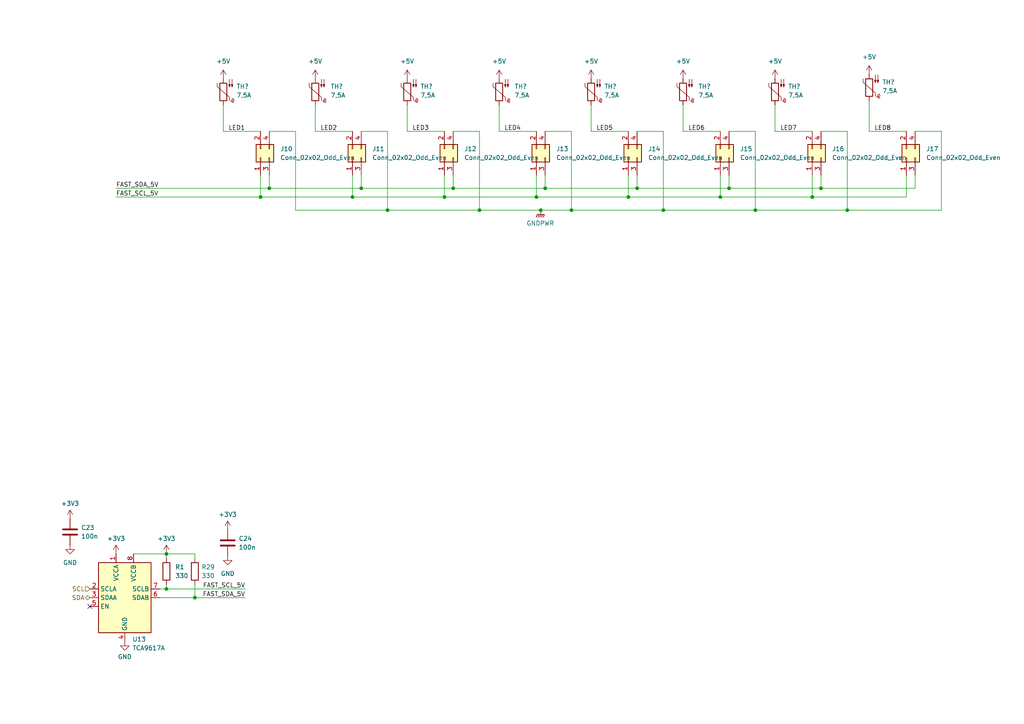
<source format=kicad_sch>
(kicad_sch (version 20230121) (generator eeschema)
  (paper "A4")
  (lib_symbols
    (symbol "Connector_Generic:Conn_02x02_Odd_Even" (pin_names (offset 1.016) hide)
      (property "Reference" "J" (at 1.27 2.54 0))
      (property "Value" "Conn_02x02_Odd_Even" (at 1.27 -5.08 0))
      (symbol "Conn_02x02_Odd_Even_1_1"
        (rectangle (start -1.27 -2.413) (end 0 -2.667) (stroke (width 0.1524)))
        (rectangle (start -1.27 0.127) (end 0 -0.127) (stroke (width 0.1524)))
        (rectangle (start -1.27 1.27) (end 3.81 -3.81) (stroke (width 0.254)) (fill (type background)))
        (rectangle (start 3.81 -2.413) (end 2.54 -2.667) (stroke (width 0.1524)))
        (rectangle (start 3.81 0.127) (end 2.54 -0.127) (stroke (width 0.1524)))
        (pin passive line (at -5.08 0 0) (length 3.81) (name "Pin_1") (number "1"))
        (pin passive line (at 7.62 0 180) (length 3.81) (name "Pin_2") (number "2"))
        (pin passive line (at -5.08 -2.54 0) (length 3.81) (name "Pin_3") (number "3"))
        (pin passive line (at 7.62 -2.54 180) (length 3.81) (name "Pin_4") (number "4"))
      )
    )
    (symbol "Device:C" (pin_numbers hide) (pin_names (offset 0.254))
      (property "Reference" "C" (at 0.635 2.54 0))
      (property "Value" "C" (at 0.635 -2.54 0))
      (symbol "C_0_1"
        (polyline (pts (xy -2.032 -0.762) (xy 2.032 -0.762)) (stroke (width 0.508)))
        (polyline (pts (xy -2.032 0.762) (xy 2.032 0.762)) (stroke (width 0.508)))
      )
      (symbol "C_1_1"
        (pin passive line (at 0 3.81 270) (length 2.794) (name "~") (number "1"))
        (pin passive line (at 0 -3.81 90) (length 2.794) (name "~") (number "2"))
      )
    )
    (symbol "Device:R" (pin_numbers hide) (pin_names (offset 0))
      (property "Reference" "R" (at 2.032 0 90))
      (property "Value" "R" (at 0 0 90))
      (symbol "R_0_1"
        (rectangle (start -1.016 -2.54) (end 1.016 2.54) (stroke (width 0.254)))
      )
      (symbol "R_1_1"
        (pin passive line (at 0 3.81 270) (length 1.27) (name "~") (number "1"))
        (pin passive line (at 0 -3.81 90) (length 1.27) (name "~") (number "2"))
      )
    )
    (symbol "Device:Thermistor_PTC" (pin_numbers hide) (pin_names (offset 0))
      (property "Reference" "TH" (at -4.064 0 90))
      (property "Value" "Thermistor_PTC" (at 3.048 0 90))
      (symbol "Thermistor_PTC_0_1"
        (arc (start -3.048 2.159) (mid -3.0495 2.3143) (end -3.175 2.413))
        (arc (start -3.048 2.159) (mid -2.9736 1.9794) (end -2.794 1.905))
        (arc (start -3.048 2.794) (mid -2.9736 2.6144) (end -2.794 2.54))
        (arc (start -2.794 1.905) (mid -2.6144 1.9794) (end -2.54 2.159))
        (arc (start -2.794 2.54) (mid -2.4393 2.5587) (end -2.159 2.794))
        (arc (start -2.794 3.048) (mid -2.9736 2.9736) (end -3.048 2.794))
        (arc (start -2.54 2.794) (mid -2.6144 2.9736) (end -2.794 3.048))
        (rectangle (start -1.016 2.54) (end 1.016 -2.54) (stroke (width 0.254)))
        (polyline (pts (xy -2.54 2.159) (xy -2.54 2.794)))
        (polyline (pts (xy -1.778 2.54) (xy -1.778 1.524) (xy 1.778 -1.524) (xy 1.778 -2.54)))
        (polyline (pts (xy -2.54 -3.683) (xy -2.54 -1.397) (xy -2.794 -2.159) (xy -2.286 -2.159) (xy -2.54 -1.397) (xy -2.54 -1.651)) (fill (type outline)))
        (polyline (pts (xy -1.778 -3.683) (xy -1.778 -1.397) (xy -2.032 -2.159) (xy -1.524 -2.159) (xy -1.778 -1.397) (xy -1.778 -1.651)) (fill (type outline)))
      )
      (symbol "Thermistor_PTC_1_1"
        (pin passive line (at 0 3.81 270) (length 1.27) (name "~") (number "1"))
        (pin passive line (at 0 -3.81 90) (length 1.27) (name "~") (number "2"))
      )
    )
    (symbol "Interface:TCA9800"
      (property "Reference" "U" (at -7.62 11.43 0))
      (property "Value" "TCA9800" (at 5.08 11.43 0))
      (symbol "TCA9800_0_1"
        (rectangle (start -7.62 10.16) (end 7.62 -10.16) (stroke (width 0.254)) (fill (type background)))
      )
      (symbol "TCA9800_1_1"
        (pin power_in line (at -2.54 12.7 270) (length 2.54) (name "VCCA") (number "1"))
        (pin bidirectional line (at -10.16 2.54 0) (length 2.54) (name "SCLA") (number "2"))
        (pin bidirectional line (at -10.16 0 0) (length 2.54) (name "SDAA") (number "3"))
        (pin power_in line (at 0 -12.7 90) (length 2.54) (name "GND") (number "4"))
        (pin input line (at -10.16 -2.54 0) (length 2.54) (name "EN") (number "5"))
        (pin bidirectional line (at 10.16 0 180) (length 2.54) (name "SDAB") (number "6"))
        (pin bidirectional line (at 10.16 2.54 180) (length 2.54) (name "SCLB") (number "7"))
        (pin power_in line (at 2.54 12.7 270) (length 2.54) (name "VCCB") (number "8"))
      )
    )
    (symbol "power:+3V3" (power) (pin_names (offset 0))
      (property "Value" "+3V3" (at 0 3.556 0))
      (symbol "+3V3_0_1"
        (polyline (pts (xy -0.762 1.27) (xy 0 2.54)))
        (polyline (pts (xy 0 0) (xy 0 2.54)))
        (polyline (pts (xy 0 2.54) (xy 0.762 1.27)))
      )
      (symbol "+3V3_1_1"
        (pin power_in line (at 0 0 90) (length 0) hide (name "+3V3") (number "1"))
      )
    )
    (symbol "power:+5V" (power) (pin_names (offset 0))
      (property "Value" "+5V" (at 0 3.556 0))
      (symbol "+5V_0_1"
        (polyline (pts (xy -0.762 1.27) (xy 0 2.54)))
        (polyline (pts (xy 0 0) (xy 0 2.54)))
        (polyline (pts (xy 0 2.54) (xy 0.762 1.27)))
      )
      (symbol "+5V_1_1"
        (pin power_in line (at 0 0 90) (length 0) hide (name "+5V") (number "1"))
      )
    )
    (symbol "power:GND" (power) (pin_names (offset 0))
      (property "Value" "GND" (at 0 -3.81 0))
      (symbol "GND_0_1"
        (polyline (pts (xy 0 0) (xy 0 -1.27) (xy 1.27 -1.27) (xy 0 -2.54) (xy -1.27 -1.27) (xy 0 -1.27)))
      )
      (symbol "GND_1_1"
        (pin power_in line (at 0 0 270) (length 0) hide (name "GND") (number "1"))
      )
    )
    (symbol "power:GNDPWR" (power) (pin_names (offset 0))
      (property "Value" "GNDPWR" (at 0 -3.302 0))
      (symbol "GNDPWR_0_1"
        (polyline (pts (xy 0 -1.27) (xy 0 0)))
        (polyline (pts (xy -1.016 -1.27) (xy -1.27 -2.032) (xy -1.27 -2.032)) (stroke (width 0.2032)))
        (polyline (pts (xy -0.508 -1.27) (xy -0.762 -2.032) (xy -0.762 -2.032)) (stroke (width 0.2032)))
        (polyline (pts (xy 0 -1.27) (xy -0.254 -2.032) (xy -0.254 -2.032)) (stroke (width 0.2032)))
        (polyline (pts (xy 0.508 -1.27) (xy 0.254 -2.032) (xy 0.254 -2.032)) (stroke (width 0.2032)))
        (polyline (pts (xy 1.016 -1.27) (xy -1.016 -1.27) (xy -1.016 -1.27)) (stroke (width 0.2032)))
        (polyline (pts (xy 1.016 -1.27) (xy 0.762 -2.032) (xy 0.762 -2.032) (xy 0.762 -2.032)) (stroke (width 0.2032)))
      )
      (symbol "GNDPWR_1_1"
        (pin power_in line (at 0 0 270) (length 0) hide (name "GNDPWR") (number "1"))
      )
    )
  )
  (junction (at 245.745 60.96))
  (junction (at 165.735 60.96))
  (junction (at 78.105 54.61))
  (junction (at 192.405 60.96))
  (junction (at 102.235 57.15))
  (junction (at 75.565 57.15))
  (junction (at 139.065 60.96))
  (junction (at 112.395 60.96))
  (junction (at 182.245 57.15))
  (junction (at 235.585 57.15))
  (junction (at 131.445 54.61))
  (junction (at 128.905 57.15))
  (junction (at 155.575 57.15))
  (junction (at 219.075 60.96))
  (junction (at 238.125 54.61))
  (junction (at 211.455 54.61))
  (junction (at 184.785 54.61))
  (junction (at 48.26 160.655))
  (junction (at 56.515 173.355))
  (junction (at 156.845 60.96))
  (junction (at 104.775 54.61))
  (junction (at 208.915 57.15))
  (junction (at 48.26 170.815))
  (junction (at 158.115 54.61))
  (no_connect (at 26.035 175.895))
  (wire (pts (xy 85.725 60.96) (xy 112.395 60.96)))
  (wire (pts (xy 102.235 57.15) (xy 128.905 57.15)))
  (wire (pts (xy 165.735 60.96) (xy 192.405 60.96)))
  (wire (pts (xy 91.44 38.1) (xy 102.235 38.1)))
  (wire (pts (xy 182.245 57.15) (xy 208.915 57.15)))
  (wire (pts (xy 38.735 160.655) (xy 48.26 160.655)))
  (wire (pts (xy 48.26 160.655) (xy 48.26 161.925)))
  (wire (pts (xy 78.105 54.61) (xy 78.105 50.8)))
  (wire (pts (xy 144.78 30.48) (xy 144.78 38.1)))
  (wire (pts (xy 252.095 38.1) (xy 262.89 38.1)))
  (wire (pts (xy 252.095 29.21) (xy 252.095 38.1)))
  (wire (pts (xy 78.105 54.61) (xy 104.775 54.61)))
  (wire (pts (xy 182.245 57.15) (xy 182.245 50.8)))
  (wire (pts (xy 46.355 173.355) (xy 56.515 173.355)))
  (wire (pts (xy 78.105 38.1) (xy 85.725 38.1)))
  (wire (pts (xy 75.565 57.15) (xy 102.235 57.15)))
  (wire (pts (xy 131.445 54.61) (xy 158.115 54.61)))
  (wire (pts (xy 171.45 30.48) (xy 171.45 38.1)))
  (wire (pts (xy 158.115 38.1) (xy 165.735 38.1)))
  (wire (pts (xy 208.915 57.15) (xy 235.585 57.15)))
  (wire (pts (xy 184.785 54.61) (xy 211.455 54.61)))
  (wire (pts (xy 112.395 38.1) (xy 112.395 60.96)))
  (wire (pts (xy 104.775 54.61) (xy 131.445 54.61)))
  (wire (pts (xy 102.235 57.15) (xy 102.235 50.8)))
  (wire (pts (xy 219.075 38.1) (xy 219.075 60.96)))
  (wire (pts (xy 118.11 38.1) (xy 128.905 38.1)))
  (wire (pts (xy 75.565 57.15) (xy 75.565 50.8)))
  (wire (pts (xy 211.455 54.61) (xy 211.455 50.8)))
  (wire (pts (xy 171.45 38.1) (xy 182.245 38.1)))
  (wire (pts (xy 224.79 30.48) (xy 224.79 38.1)))
  (wire (pts (xy 118.11 30.48) (xy 118.11 38.1)))
  (wire (pts (xy 235.585 57.15) (xy 262.89 57.15)))
  (wire (pts (xy 33.655 54.61) (xy 78.105 54.61)))
  (wire (pts (xy 48.26 160.655) (xy 56.515 160.655)))
  (wire (pts (xy 91.44 30.48) (xy 91.44 38.1)))
  (wire (pts (xy 198.12 38.1) (xy 208.915 38.1)))
  (wire (pts (xy 265.43 54.61) (xy 265.43 50.8)))
  (wire (pts (xy 262.89 57.15) (xy 262.89 50.8)))
  (wire (pts (xy 128.905 57.15) (xy 155.575 57.15)))
  (wire (pts (xy 56.515 173.355) (xy 71.12 173.355)))
  (wire (pts (xy 265.43 38.1) (xy 273.05 38.1)))
  (wire (pts (xy 198.12 30.48) (xy 198.12 38.1)))
  (wire (pts (xy 192.405 60.96) (xy 219.075 60.96)))
  (wire (pts (xy 104.775 38.1) (xy 112.395 38.1)))
  (wire (pts (xy 131.445 54.61) (xy 131.445 50.8)))
  (wire (pts (xy 235.585 57.15) (xy 235.585 50.8)))
  (wire (pts (xy 211.455 54.61) (xy 238.125 54.61)))
  (wire (pts (xy 165.735 38.1) (xy 165.735 60.96)))
  (wire (pts (xy 56.515 160.655) (xy 56.515 161.925)))
  (wire (pts (xy 219.075 60.96) (xy 245.745 60.96)))
  (wire (pts (xy 238.125 38.1) (xy 245.745 38.1)))
  (wire (pts (xy 238.125 54.61) (xy 238.125 50.8)))
  (wire (pts (xy 112.395 60.96) (xy 139.065 60.96)))
  (wire (pts (xy 85.725 38.1) (xy 85.725 60.96)))
  (wire (pts (xy 56.515 169.545) (xy 56.515 173.355)))
  (wire (pts (xy 48.26 170.815) (xy 71.12 170.815)))
  (wire (pts (xy 46.355 170.815) (xy 48.26 170.815)))
  (wire (pts (xy 104.775 54.61) (xy 104.775 50.8)))
  (wire (pts (xy 192.405 38.1) (xy 192.405 60.96)))
  (wire (pts (xy 156.845 60.96) (xy 165.735 60.96)))
  (wire (pts (xy 211.455 38.1) (xy 219.075 38.1)))
  (wire (pts (xy 64.77 30.48) (xy 64.77 38.1)))
  (wire (pts (xy 128.905 57.15) (xy 128.905 50.8)))
  (wire (pts (xy 245.745 60.96) (xy 273.05 60.96)))
  (wire (pts (xy 158.115 54.61) (xy 158.115 50.8)))
  (wire (pts (xy 184.785 38.1) (xy 192.405 38.1)))
  (wire (pts (xy 184.785 54.61) (xy 184.785 50.8)))
  (wire (pts (xy 208.915 57.15) (xy 208.915 50.8)))
  (wire (pts (xy 139.065 38.1) (xy 139.065 60.96)))
  (wire (pts (xy 158.115 54.61) (xy 184.785 54.61)))
  (wire (pts (xy 155.575 57.15) (xy 155.575 50.8)))
  (wire (pts (xy 155.575 57.15) (xy 182.245 57.15)))
  (wire (pts (xy 245.745 38.1) (xy 245.745 60.96)))
  (wire (pts (xy 224.79 38.1) (xy 235.585 38.1)))
  (wire (pts (xy 238.125 54.61) (xy 265.43 54.61)))
  (wire (pts (xy 48.26 169.545) (xy 48.26 170.815)))
  (wire (pts (xy 64.77 38.1) (xy 75.565 38.1)))
  (wire (pts (xy 139.065 60.96) (xy 156.845 60.96)))
  (wire (pts (xy 33.655 57.15) (xy 75.565 57.15)))
  (wire (pts (xy 273.05 38.1) (xy 273.05 60.96)))
  (wire (pts (xy 144.78 38.1) (xy 155.575 38.1)))
  (wire (pts (xy 131.445 38.1) (xy 139.065 38.1)))
  (label "LED1" (at 71.12 38.1 180))
  (label "FAST_SDA_5V" (at 71.12 173.355 180))
  (label "LED2" (at 97.79 38.1 180))
  (label "LED8" (at 258.445 38.1 180))
  (label "LED4" (at 151.13 38.1 180))
  (label "LED7" (at 231.14 38.1 180))
  (label "LED6" (at 204.47 38.1 180))
  (label "FAST_SDA_5V" (at 33.655 54.61 0))
  (label "LED5" (at 177.8 38.1 180))
  (label "FAST_SCL_5V" (at 71.12 170.815 180))
  (label "FAST_SCL_5V" (at 33.655 57.15 0))
  (label "LED3" (at 124.46 38.1 180))
  (hierarchical_label "SCL" (shape input) (at 26.035 170.815 180))
  (hierarchical_label "SDA" (shape bidirectional) (at 26.035 173.355 180))
  (symbol (lib_id "power:+5V") (at 144.78 22.86 0) (unit 1)
    (property "Reference" "#PWR0169" (effects hide))
    (property "Value" "+5V" (at 144.78 17.78 0))
  )
  (symbol (lib_id "Connector_Generic:Conn_02x02_Odd_Even") (at 75.565 45.72 90) (unit 1)
    (property "Reference" "J10" (at 81.28 43.18 90) (effects (justify right)))
    (property "Value" "Conn_02x02_Odd_Even" (at 81.28 45.72 90) (effects (justify right)))
    (property "Footprint" "Connector_Molex:Molex_Mini-Fit_Jr_5566-04A_2x02_P4.20mm_Vertical" (effects hide))
  )
  (symbol (lib_id "power:GND") (at 66.04 161.29 0) (unit 1)
    (property "Reference" "#PWR033" (effects hide))
    (property "Value" "GND" (at 66.04 166.37 0))
  )
  (symbol (lib_id "power:+3V3") (at 33.655 160.655 0) (unit 1)
    (property "Reference" "#PWR027" (effects hide))
    (property "Value" "+3V3" (at 33.655 156.21 0))
  )
  (symbol (lib_id "power:+5V") (at 91.44 22.86 0) (unit 1)
    (property "Reference" "#PWR036" (effects hide))
    (property "Value" "+5V" (at 91.44 17.78 0))
  )
  (symbol (lib_id "power:+5V") (at 224.79 22.86 0) (unit 1)
    (property "Reference" "#PWR0181" (effects hide))
    (property "Value" "+5V" (at 224.79 17.78 0))
  )
  (symbol (lib_id "Device:Thermistor_PTC") (at 198.12 26.67 180) (unit 1)
    (property "Reference" "TH?" (at 202.565 25.0825 0) (effects (justify right)))
    (property "Value" "7,5A " (at 202.565 27.6225 0) (effects (justify right)))
    (property "Footprint" "Resistor_SMD:R_1210_3225Metric" (effects hide))
    (property "mouser" " 504-PTSLR12106V750 " (effects hide))
    (instances (project "speedomobile" (path "" (reference "TH?") (unit 1)) (path "" (reference "TH9") (unit 1)) (path "" (reference "TH16") (unit 1))))
  )
  (symbol (lib_id "Device:Thermistor_PTC") (at 171.45 26.67 180) (unit 1)
    (property "Reference" "TH?" (at 175.26 25.0825 0) (effects (justify right)))
    (property "Value" "7,5A " (at 175.26 27.6225 0) (effects (justify right)))
    (property "Footprint" "Resistor_SMD:R_1210_3225Metric" (effects hide))
    (property "mouser" " 504-PTSLR12106V750 " (effects hide))
    (instances (project "speedomobile" (path "" (reference "TH?") (unit 1)) (path "" (reference "TH9") (unit 1)) (path "" (reference "TH14") (unit 1))))
  )
  (symbol (lib_id "power:GND") (at 20.32 158.115 0) (unit 1)
    (property "Reference" "#PWR026" (effects hide))
    (property "Value" "GND" (at 20.32 163.195 0))
  )
  (symbol (lib_id "Connector_Generic:Conn_02x02_Odd_Even") (at 208.915 45.72 90) (unit 1)
    (property "Reference" "J15" (at 214.63 43.18 90) (effects (justify right)))
    (property "Value" "Conn_02x02_Odd_Even" (at 214.63 45.72 90) (effects (justify right)))
    (property "Footprint" "Connector_Molex:Molex_Mini-Fit_Jr_5566-04A_2x02_P4.20mm_Vertical" (effects hide))
  )
  (symbol (lib_id "power:+5V") (at 198.12 22.86 0) (unit 1)
    (property "Reference" "#PWR0177" (effects hide))
    (property "Value" "+5V" (at 198.12 17.78 0))
  )
  (symbol (lib_id "Device:Thermistor_PTC") (at 252.095 25.4 180) (unit 1)
    (property "Reference" "TH?" (at 255.905 23.8125 0) (effects (justify right)))
    (property "Value" "7,5A " (at 255.905 26.3525 0) (effects (justify right)))
    (property "Footprint" "Resistor_SMD:R_1210_3225Metric" (effects hide))
    (property "mouser" " 504-PTSLR12106V750 " (effects hide))
    (instances (project "speedomobile" (path "" (reference "TH?") (unit 1)) (path "" (reference "TH9") (unit 1)) (path "" (reference "TH2") (unit 1))))
  )
  (symbol (lib_id "Connector_Generic:Conn_02x02_Odd_Even") (at 128.905 45.72 90) (unit 1)
    (property "Reference" "J12" (at 134.62 43.18 90) (effects (justify right)))
    (property "Value" "Conn_02x02_Odd_Even" (at 134.62 45.72 90) (effects (justify right)))
    (property "Footprint" "Connector_Molex:Molex_Mini-Fit_Jr_5566-04A_2x02_P4.20mm_Vertical" (effects hide))
  )
  (symbol (lib_id "Device:Thermistor_PTC") (at 118.11 26.67 180) (unit 1)
    (property "Reference" "TH?" (at 121.92 25.0825 0) (effects (justify right)))
    (property "Value" "7,5A " (at 121.92 27.6225 0) (effects (justify right)))
    (property "Footprint" "Resistor_SMD:R_1210_3225Metric" (effects hide))
    (property "mouser" " 504-PTSLR12106V750 " (effects hide))
    (instances (project "speedomobile" (path "" (reference "TH?") (unit 1)) (path "" (reference "TH9") (unit 1)) (path "" (reference "TH5") (unit 1))))
  )
  (symbol (lib_id "power:+5V") (at 118.11 22.86 0) (unit 1)
    (property "Reference" "#PWR040" (effects hide))
    (property "Value" "+5V" (at 118.11 17.78 0))
  )
  (symbol (lib_id "Device:Thermistor_PTC") (at 64.77 26.67 180) (unit 1)
    (property "Reference" "TH?" (at 68.58 25.0825 0) (effects (justify right)))
    (property "Value" "7,5A " (at 68.58 27.6225 0) (effects (justify right)))
    (property "Footprint" "Resistor_SMD:R_1210_3225Metric" (effects hide))
    (property "mouser" " 504-PTSLR12106V750 " (effects hide))
    (instances (project "speedomobile" (path "" (reference "TH?") (unit 1)) (path "" (reference "TH9") (unit 1)) (path "" (reference "TH1") (unit 1))))
  )
  (symbol (lib_id "Device:C") (at 20.32 154.305 0) (unit 1)
    (property "Reference" "C23" (at 23.495 153.035 0) (effects (justify left)))
    (property "Value" "100n" (at 23.495 155.575 0) (effects (justify left)))
    (property "Footprint" "Capacitor_SMD:C_1206_3216Metric" (effects hide))
    (property "mouser" " 80-C1206C104K5R " (effects hide))
  )
  (symbol (lib_id "power:+5V") (at 171.45 22.86 0) (unit 1)
    (property "Reference" "#PWR0173" (effects hide))
    (property "Value" "+5V" (at 171.45 17.78 0))
  )
  (symbol (lib_id "Device:Thermistor_PTC") (at 144.78 26.67 180) (unit 1)
    (property "Reference" "TH?" (at 149.225 25.0825 0) (effects (justify right)))
    (property "Value" "7,5A " (at 149.225 27.6225 0) (effects (justify right)))
    (property "Footprint" "Resistor_SMD:R_1210_3225Metric" (effects hide))
    (property "mouser" " 504-PTSLR12106V750 " (effects hide))
    (instances (project "speedomobile" (path "" (reference "TH?") (unit 1)) (path "" (reference "TH9") (unit 1)) (path "" (reference "TH7") (unit 1))))
  )
  (symbol (lib_id "power:+3V3") (at 20.32 150.495 0) (unit 1)
    (property "Reference" "#PWR025" (effects hide))
    (property "Value" "+3V3" (at 20.32 146.05 0))
  )
  (symbol (lib_id "power:+3V3") (at 48.26 160.655 0) (unit 1)
    (property "Reference" "#PWR029" (effects hide))
    (property "Value" "+3V3" (at 48.26 156.21 0))
  )
  (symbol (lib_id "power:GNDPWR") (at 156.845 60.96 0) (unit 1)
    (property "Reference" "#PWR078" (effects hide))
    (property "Value" "GNDPWR" (at 156.718 64.77 0))
    (instances (project "speedomobile" (path "" (reference "#PWR078") (unit 1)) (path "" (reference "#PWR034") (unit 1))))
  )
  (symbol (lib_id "power:GND") (at 36.195 186.055 0) (unit 1)
    (property "Reference" "#PWR028" (effects hide))
    (property "Value" "GND" (at 36.195 190.5 0))
  )
  (symbol (lib_id "Connector_Generic:Conn_02x02_Odd_Even") (at 262.89 45.72 90) (unit 1)
    (property "Reference" "J17" (at 268.605 43.18 90) (effects (justify right)))
    (property "Value" "Conn_02x02_Odd_Even" (at 268.605 45.72 90) (effects (justify right)))
    (property "Footprint" "Connector_Molex:Molex_Mini-Fit_Jr_5566-04A_2x02_P4.20mm_Vertical" (effects hide))
  )
  (symbol (lib_id "Connector_Generic:Conn_02x02_Odd_Even") (at 235.585 45.72 90) (unit 1)
    (property "Reference" "J16" (at 241.3 43.18 90) (effects (justify right)))
    (property "Value" "Conn_02x02_Odd_Even" (at 241.3 45.72 90) (effects (justify right)))
    (property "Footprint" "Connector_Molex:Molex_Mini-Fit_Jr_5566-04A_2x02_P4.20mm_Vertical" (effects hide))
  )
  (symbol (lib_id "Device:Thermistor_PTC") (at 224.79 26.67 180) (unit 1)
    (property "Reference" "TH?" (at 228.6 25.0825 0) (effects (justify right)))
    (property "Value" "7,5A " (at 228.6 27.6225 0) (effects (justify right)))
    (property "Footprint" "Resistor_SMD:R_1210_3225Metric" (effects hide))
    (property "mouser" " 504-PTSLR12106V750 " (effects hide))
    (instances (project "speedomobile" (path "" (reference "TH?") (unit 1)) (path "" (reference "TH9") (unit 1)) (path "" (reference "TH18") (unit 1))))
  )
  (symbol (lib_id "Connector_Generic:Conn_02x02_Odd_Even") (at 155.575 45.72 90) (unit 1)
    (property "Reference" "J13" (at 161.29 43.18 90) (effects (justify right)))
    (property "Value" "Conn_02x02_Odd_Even" (at 161.29 45.72 90) (effects (justify right)))
    (property "Footprint" "Connector_Molex:Molex_Mini-Fit_Jr_5566-04A_2x02_P4.20mm_Vertical" (effects hide))
  )
  (symbol (lib_id "Connector_Generic:Conn_02x02_Odd_Even") (at 102.235 45.72 90) (unit 1)
    (property "Reference" "J11" (at 107.95 43.18 90) (effects (justify right)))
    (property "Value" "Conn_02x02_Odd_Even" (at 107.95 45.72 90) (effects (justify right)))
    (property "Footprint" "Connector_Molex:Molex_Mini-Fit_Jr_5566-04A_2x02_P4.20mm_Vertical" (effects hide))
  )
  (symbol (lib_id "Device:C") (at 66.04 157.48 0) (unit 1)
    (property "Reference" "C24" (at 69.215 156.21 0) (effects (justify left)))
    (property "Value" "100n" (at 69.215 158.75 0) (effects (justify left)))
    (property "Footprint" "Capacitor_SMD:C_1206_3216Metric" (effects hide))
    (property "mouser" " 80-C1206C104K5R " (effects hide))
  )
  (symbol (lib_id "Interface:TCA9800") (at 36.195 173.355 0) (unit 1)
    (property "Reference" "U13" (at 38.3891 185.42 0) (effects (justify left)))
    (property "Value" "TCA9617A" (at 38.3891 187.96 0) (effects (justify left)))
    (property "Footprint" "Package_SO:VSSOP-8_3.0x3.0mm_P0.65mm" (effects hide))
    (property "Datasheet" "http://www.ti.com/lit/ds/symlink/tca9800.pdf" (effects hide))
    (property "mouser" " 595-TCA9617ADGKR " (effects hide))
  )
  (symbol (lib_id "Device:R") (at 48.26 165.735 0) (unit 1)
    (property "Reference" "R1" (at 50.8 164.465 0) (effects (justify left)))
    (property "Value" "330" (at 50.8 167.005 0) (effects (justify left)))
    (property "Footprint" "Resistor_SMD:R_1206_3216Metric" (effects hide))
  )
  (symbol (lib_id "power:+3V3") (at 66.04 153.67 0) (unit 1)
    (property "Reference" "#PWR032" (effects hide))
    (property "Value" "+3V3" (at 66.04 149.225 0))
  )
  (symbol (lib_id "power:+5V") (at 64.77 22.86 0) (unit 1)
    (property "Reference" "#PWR030" (effects hide))
    (property "Value" "+5V" (at 64.77 17.78 0))
  )
  (symbol (lib_id "Device:Thermistor_PTC") (at 91.44 26.67 180) (unit 1)
    (property "Reference" "TH?" (at 95.885 25.0825 0) (effects (justify right)))
    (property "Value" "7,5A " (at 95.885 27.6225 0) (effects (justify right)))
    (property "Footprint" "Resistor_SMD:R_1210_3225Metric" (effects hide))
    (property "mouser" " 504-PTSLR12106V750 " (effects hide))
    (instances (project "speedomobile" (path "" (reference "TH?") (unit 1)) (path "" (reference "TH9") (unit 1)) (path "" (reference "TH3") (unit 1))))
  )
  (symbol (lib_id "power:+5V") (at 252.095 21.59 0) (unit 1)
    (property "Reference" "#PWR031" (effects hide))
    (property "Value" "+5V" (at 252.095 16.51 0))
  )
  (symbol (lib_id "Connector_Generic:Conn_02x02_Odd_Even") (at 182.245 45.72 90) (unit 1)
    (property "Reference" "J14" (at 187.96 43.18 90) (effects (justify right)))
    (property "Value" "Conn_02x02_Odd_Even" (at 187.96 45.72 90) (effects (justify right)))
    (property "Footprint" "Connector_Molex:Molex_Mini-Fit_Jr_5566-04A_2x02_P4.20mm_Vertical" (effects hide))
  )
  (symbol (lib_id "Device:R") (at 56.515 165.735 0) (unit 1)
    (property "Reference" "R29" (at 58.42 164.465 0) (effects (justify left)))
    (property "Value" "330" (at 58.42 167.005 0) (effects (justify left)))
    (property "Footprint" "Resistor_SMD:R_1206_3216Metric" (effects hide))
  )
)
</source>
